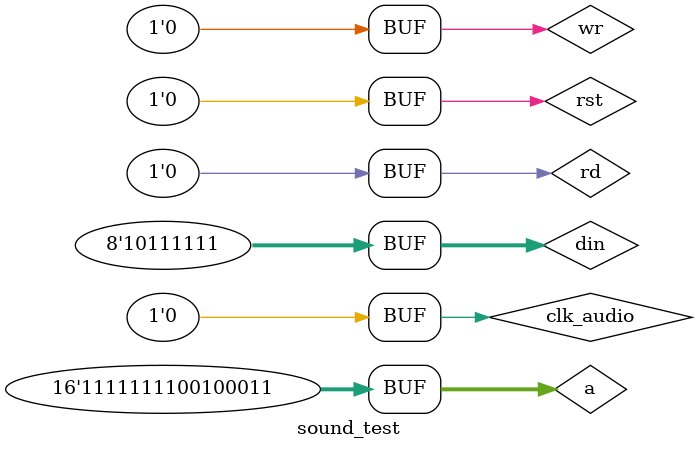
<source format=v>
`timescale 1ns / 1ps


module sound_test;

	// Inputs
	wire clk;
	reg clk_audio;
	reg rst;
	reg [15:0] a;
	reg [7:0] din;
	reg rd;
	reg wr;

	// Outputs
	wire [7:0] dout;
	wire [19:0] left;
	wire [19:0] right;

	// Instantiate the Unit Under Test (UUT)
	sound uut (
		.clk(clk), 
		.clk_audio(clk_audio), 
		.rst(rst), 
		.a(a), 
		.dout(dout), 
		.din(din), 
		.rd(rd), 
		.wr(wr), 
		.left(left), 
		.right(right)
	);

    clk_gen #(250) clk_gen_1(clk);

	initial begin
		// Initialize Inputs
		clk_audio = 0;
		rst = 0;
		a = 0;
		din = 0;
		rd = 0;
		wr = 0;

		// Wait 100 ns for global reset to finish
		#10000;
        rst = 1;
        #10000;
        rst = 0;
        #10000;
        
        a = 16'hFF26;
        din = 8'h80;
        wr = 1;
        #10000;
        wr = 0;
        #10000;
        
        a = 16'hFF11;
        din = 8'h80;
        wr = 1;
        #10000;
        wr = 0;
        #10000;
        
        a = 16'hFF12;
        din = 8'hF3;
        wr = 1;
        #10000;
        wr = 0;
        #10000;
        
        a = 16'hFF25;
        din = 8'hF3;
        wr = 1;
        #10000;
        wr = 0;
        #10000;
        
        a = 16'hFF24;
        din = 8'h77;
        wr = 1;
        #10000;
        wr = 0;
        #10000;
        
        a = 16'hFF13;
        din = 8'h83;
        wr = 1;
        #10000;
        wr = 0;
        #10000;
        
        /*a = 16'hFF14;
        din = 8'h87;
        wr = 1;
        #10000;
        wr = 0;
        #10000;*/
        
        a = 16'hFF21;
        din = 8'h98; // Vol 1001 Inc No Env
        wr = 1;
        #10000;
        wr = 0;
        #10000;
        
        a = 16'hFF22;
        din = 8'h34; // s = 3 15-b r = 4
        wr = 1;
        #10000;
        wr = 0;
        #10000;
        
        a = 16'hFF23;
        din = 8'hBF; // Initiated
        wr = 1;
        #10000;
        wr = 0;
        #10000;
        
		// Add stimulus here

	end
      
endmodule


</source>
